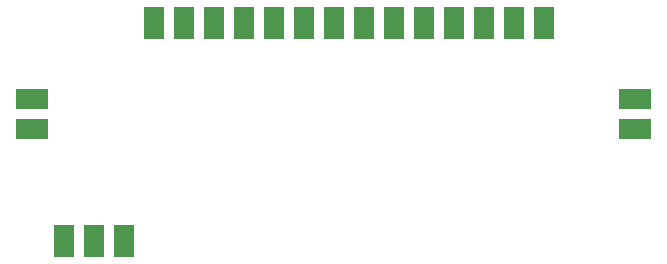
<source format=gbr>
%TF.GenerationSoftware,KiCad,Pcbnew,(6.0.5)*%
%TF.CreationDate,2022-07-01T10:57:45+02:00*%
%TF.ProjectId,clarinoid-bodytest,636c6172-696e-46f6-9964-2d626f647974,rev?*%
%TF.SameCoordinates,Original*%
%TF.FileFunction,Paste,Bot*%
%TF.FilePolarity,Positive*%
%FSLAX46Y46*%
G04 Gerber Fmt 4.6, Leading zero omitted, Abs format (unit mm)*
G04 Created by KiCad (PCBNEW (6.0.5)) date 2022-07-01 10:57:45*
%MOMM*%
%LPD*%
G01*
G04 APERTURE LIST*
%ADD10R,1.700000X2.800000*%
%ADD11R,2.800000X1.700000*%
G04 APERTURE END LIST*
D10*
%TO.C,J17*%
X-74839196Y-225297034D03*
X-77379196Y-225297034D03*
X-79919196Y-225297034D03*
X-82459196Y-225297034D03*
X-84999196Y-225297034D03*
X-87539196Y-225297034D03*
X-90079196Y-225297034D03*
X-92619196Y-225297034D03*
X-95159196Y-225297034D03*
X-97699196Y-225297034D03*
X-100239196Y-225297034D03*
X-102779196Y-225297034D03*
X-105319196Y-225297034D03*
X-107859196Y-225297034D03*
X-110399196Y-243797034D03*
X-112939196Y-243797034D03*
X-115479196Y-243797034D03*
D11*
X-67119196Y-231797034D03*
X-67119196Y-234337034D03*
X-118119196Y-231797034D03*
X-118119196Y-234337034D03*
%TD*%
M02*

</source>
